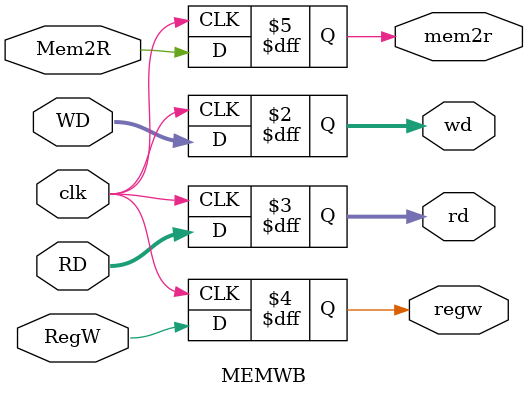
<source format=v>
module MEMWB (clk, WD, RD, RegW, Mem2R,
               wd, rd, regw, mem2r);

    input [31:0] WD;
    input [4:0] RD;
    input RegW;
    input Mem2R;
    input clk;

    output reg [31:0] wd;
    output reg [4:0] rd;
    output reg regw;
    output reg mem2r;

    always @(posedge clk) begin
      wd<=WD;
      rd<=RD;
      regw<=RegW;
      mem2r<=Mem2R;
   end 

endmodule

</source>
